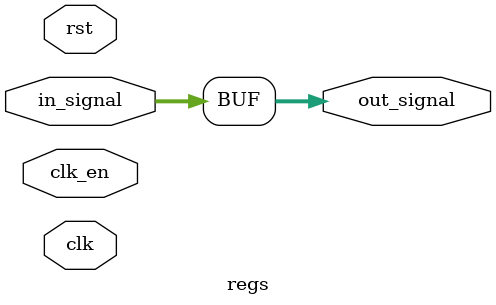
<source format=v>
module regs(clk,clk_en,rst,in_signal,out_signal);
parameter USE_REG = 0;
parameter LENGTH = 18;
parameter RST_MODE = "SYNC";
input wire clk,clk_en;
input wire rst;
input wire [LENGTH-1:0] in_signal;
output reg [LENGTH-1:0] out_signal;

generate
    if (USE_REG == 1 && RST_MODE == "ASYNC") begin
        always @(posedge clk or posedge rst) begin
            if (rst)
                out_signal <= 0;
            else if (clk_en)
                out_signal <= in_signal;
        end
    end else if(USE_REG == 1 && RST_MODE == "SYNC") begin
    	always @(posedge clk) begin
            if (rst)
                out_signal <= 0;
            else if (clk_en)
                out_signal <= in_signal;
        end
    end else begin
        always @(*) begin
            out_signal = in_signal;
        end
    end
endgenerate

endmodule

</source>
